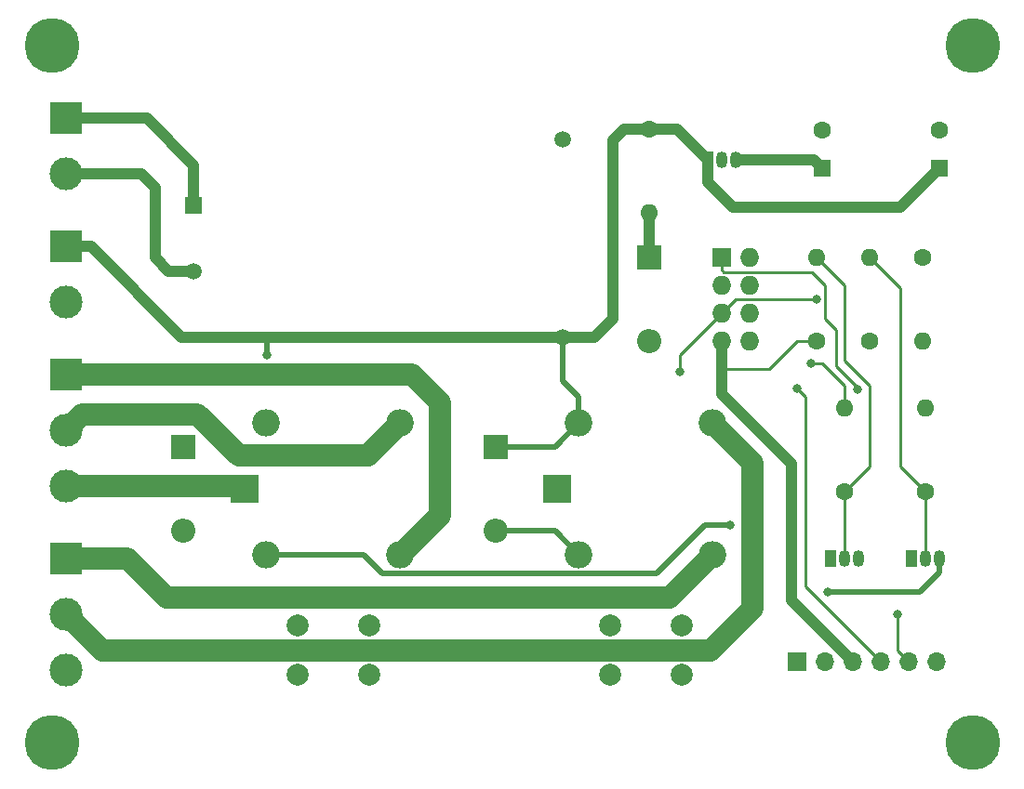
<source format=gbr>
%TF.GenerationSoftware,KiCad,Pcbnew,(5.1.10)-1*%
%TF.CreationDate,2021-12-18T16:47:06+01:00*%
%TF.ProjectId,Sonoff,536f6e6f-6666-42e6-9b69-6361645f7063,rev?*%
%TF.SameCoordinates,Original*%
%TF.FileFunction,Copper,L1,Top*%
%TF.FilePolarity,Positive*%
%FSLAX46Y46*%
G04 Gerber Fmt 4.6, Leading zero omitted, Abs format (unit mm)*
G04 Created by KiCad (PCBNEW (5.1.10)-1) date 2021-12-18 16:47:06*
%MOMM*%
%LPD*%
G01*
G04 APERTURE LIST*
%TA.AperFunction,ComponentPad*%
%ADD10C,3.000000*%
%TD*%
%TA.AperFunction,ComponentPad*%
%ADD11R,3.000000X3.000000*%
%TD*%
%TA.AperFunction,ComponentPad*%
%ADD12O,1.700000X1.700000*%
%TD*%
%TA.AperFunction,ComponentPad*%
%ADD13R,1.700000X1.700000*%
%TD*%
%TA.AperFunction,ComponentPad*%
%ADD14R,1.600000X1.600000*%
%TD*%
%TA.AperFunction,ComponentPad*%
%ADD15C,1.600000*%
%TD*%
%TA.AperFunction,ComponentPad*%
%ADD16R,2.200000X2.200000*%
%TD*%
%TA.AperFunction,ComponentPad*%
%ADD17O,2.200000X2.200000*%
%TD*%
%TA.AperFunction,ComponentPad*%
%ADD18R,2.500000X2.500000*%
%TD*%
%TA.AperFunction,ComponentPad*%
%ADD19O,2.500000X2.500000*%
%TD*%
%TA.AperFunction,ComponentPad*%
%ADD20R,1.500000X1.500000*%
%TD*%
%TA.AperFunction,ComponentPad*%
%ADD21C,1.500000*%
%TD*%
%TA.AperFunction,ComponentPad*%
%ADD22R,1.050000X1.500000*%
%TD*%
%TA.AperFunction,ComponentPad*%
%ADD23O,1.050000X1.500000*%
%TD*%
%TA.AperFunction,ComponentPad*%
%ADD24O,1.600000X1.600000*%
%TD*%
%TA.AperFunction,ComponentPad*%
%ADD25C,2.000000*%
%TD*%
%TA.AperFunction,ComponentPad*%
%ADD26R,1.727200X1.727200*%
%TD*%
%TA.AperFunction,ComponentPad*%
%ADD27O,1.727200X1.727200*%
%TD*%
%TA.AperFunction,ViaPad*%
%ADD28C,5.000000*%
%TD*%
%TA.AperFunction,ViaPad*%
%ADD29C,0.800000*%
%TD*%
%TA.AperFunction,Conductor*%
%ADD30C,1.016000*%
%TD*%
%TA.AperFunction,Conductor*%
%ADD31C,0.508000*%
%TD*%
%TA.AperFunction,Conductor*%
%ADD32C,0.254000*%
%TD*%
%TA.AperFunction,Conductor*%
%ADD33C,2.032000*%
%TD*%
G04 APERTURE END LIST*
D10*
%TO.P,AC IN,2*%
%TO.N,Net-(J1-Pad2)*%
X113030000Y-82804000D03*
D11*
%TO.P,AC IN,1*%
%TO.N,Net-(J1-Pad1)*%
X113030000Y-77724000D03*
%TD*%
D12*
%TO.P,FTDI IN,6*%
%TO.N,Net-(J5-Pad6)*%
X192278000Y-127254000D03*
%TO.P,FTDI IN,5*%
%TO.N,RX*%
X189738000Y-127254000D03*
%TO.P,FTDI IN,4*%
%TO.N,TX*%
X187198000Y-127254000D03*
%TO.P,FTDI IN,3*%
%TO.N,+3V3*%
X184658000Y-127254000D03*
%TO.P,FTDI IN,2*%
%TO.N,Net-(J5-Pad2)*%
X182118000Y-127254000D03*
D13*
%TO.P,FTDI IN,1*%
%TO.N,GND*%
X179578000Y-127254000D03*
%TD*%
D14*
%TO.P,C1,1*%
%TO.N,+5V*%
X192532000Y-82296000D03*
D15*
%TO.P,C1,2*%
%TO.N,GND*%
X192532000Y-78796000D03*
%TD*%
%TO.P,C2,2*%
%TO.N,GND*%
X181864000Y-78796000D03*
D14*
%TO.P,C2,1*%
%TO.N,+3V3*%
X181864000Y-82296000D03*
%TD*%
D16*
%TO.P,D1,1*%
%TO.N,Net-(D1-Pad1)*%
X166116000Y-90424000D03*
D17*
%TO.P,D1,2*%
%TO.N,GND*%
X166116000Y-98044000D03*
%TD*%
D16*
%TO.P,D2,1*%
%TO.N,+5V*%
X123698000Y-107696000D03*
D17*
%TO.P,D2,2*%
%TO.N,Net-(D2-Pad2)*%
X123698000Y-115316000D03*
%TD*%
D16*
%TO.P,D3,1*%
%TO.N,+5V*%
X152146000Y-107696000D03*
D17*
%TO.P,D3,2*%
%TO.N,Net-(D3-Pad2)*%
X152146000Y-115316000D03*
%TD*%
D11*
%TO.P,5V IN,1*%
%TO.N,+5V*%
X113030000Y-89408000D03*
D10*
%TO.P,5V IN,2*%
%TO.N,GND*%
X113030000Y-94488000D03*
%TD*%
D11*
%TO.P,K1 OUT,1*%
%TO.N,K1_OFF*%
X113030000Y-101092000D03*
D10*
%TO.P,K1 OUT,2*%
%TO.N,K1_ON*%
X113030000Y-106172000D03*
%TO.P,K1 OUT,3*%
%TO.N,K1_IN*%
X113030000Y-111252000D03*
%TD*%
%TO.P,K2 OUT,3*%
%TO.N,K2_IN*%
X113030000Y-128016000D03*
%TO.P,K2 OUT,2*%
%TO.N,K2_ON*%
X113030000Y-122936000D03*
D11*
%TO.P,K2 OUT,1*%
%TO.N,K2_OFF*%
X113030000Y-117856000D03*
%TD*%
D18*
%TO.P,K1,1*%
%TO.N,K1_IN*%
X129286000Y-111506000D03*
D19*
%TO.P,K1,2*%
%TO.N,Net-(D2-Pad2)*%
X131286000Y-117506000D03*
%TO.P,K1,3*%
%TO.N,K1_OFF*%
X143486000Y-117506000D03*
%TO.P,K1,4*%
%TO.N,K1_ON*%
X143486000Y-105506000D03*
%TO.P,K1,5*%
%TO.N,+5V*%
X131286000Y-105506000D03*
%TD*%
D18*
%TO.P,K2,1*%
%TO.N,K2_IN*%
X157734000Y-111506000D03*
D19*
%TO.P,K2,2*%
%TO.N,Net-(D3-Pad2)*%
X159734000Y-117506000D03*
%TO.P,K2,3*%
%TO.N,K2_OFF*%
X171934000Y-117506000D03*
%TO.P,K2,4*%
%TO.N,K2_ON*%
X171934000Y-105506000D03*
%TO.P,K2,5*%
%TO.N,+5V*%
X159734000Y-105506000D03*
%TD*%
D20*
%TO.P,HLK-5M05,1*%
%TO.N,Net-(J1-Pad1)*%
X124678000Y-85646000D03*
D21*
%TO.P,HLK-5M05,2*%
%TO.N,Net-(J1-Pad2)*%
X124678000Y-91646000D03*
%TO.P,HLK-5M05,3*%
%TO.N,GND*%
X158278000Y-79646000D03*
%TO.P,HLK-5M05,4*%
%TO.N,+5V*%
X158278000Y-97646000D03*
%TD*%
D22*
%TO.P,Q1,1*%
%TO.N,+5V*%
X171450000Y-81534000D03*
D23*
%TO.P,Q1,3*%
%TO.N,+3V3*%
X173990000Y-81534000D03*
%TO.P,Q1,2*%
%TO.N,Net-(D1-Pad1)*%
X172720000Y-81534000D03*
%TD*%
D22*
%TO.P,Q2,1*%
%TO.N,GND*%
X182626000Y-117856000D03*
D23*
%TO.P,Q2,3*%
%TO.N,Net-(D2-Pad2)*%
X185166000Y-117856000D03*
%TO.P,Q2,2*%
%TO.N,K1*%
X183896000Y-117856000D03*
%TD*%
D22*
%TO.P,Q3,1*%
%TO.N,GND*%
X189992000Y-117856000D03*
D23*
%TO.P,Q3,3*%
%TO.N,Net-(D3-Pad2)*%
X192532000Y-117856000D03*
%TO.P,Q3,2*%
%TO.N,K2*%
X191262000Y-117856000D03*
%TD*%
D15*
%TO.P,R1,1*%
%TO.N,+5V*%
X166116000Y-78740000D03*
D24*
%TO.P,R1,2*%
%TO.N,Net-(D1-Pad1)*%
X166116000Y-86360000D03*
%TD*%
%TO.P,R2,2*%
%TO.N,K1*%
X181356000Y-90424000D03*
D15*
%TO.P,R2,1*%
%TO.N,+3V3*%
X181356000Y-98044000D03*
%TD*%
D24*
%TO.P,R3,2*%
%TO.N,K2*%
X186182000Y-90424000D03*
D15*
%TO.P,R3,1*%
%TO.N,+3V3*%
X186182000Y-98044000D03*
%TD*%
%TO.P,R4,1*%
%TO.N,Net-(R4-Pad1)*%
X191008000Y-90424000D03*
D24*
%TO.P,R4,2*%
%TO.N,+3V3*%
X191008000Y-98044000D03*
%TD*%
D15*
%TO.P,R5,1*%
%TO.N,K1*%
X183896000Y-111760000D03*
D24*
%TO.P,R5,2*%
%TO.N,Net-(R5-Pad2)*%
X183896000Y-104140000D03*
%TD*%
%TO.P,R6,2*%
%TO.N,Net-(R6-Pad2)*%
X191262000Y-104140000D03*
D15*
%TO.P,R6,1*%
%TO.N,K2*%
X191262000Y-111760000D03*
%TD*%
D25*
%TO.P,Reset,1*%
%TO.N,Net-(R4-Pad1)*%
X140612000Y-123952000D03*
%TO.P,Reset,2*%
%TO.N,GND*%
X140612000Y-128452000D03*
%TO.P,Reset,1*%
%TO.N,Net-(R4-Pad1)*%
X134112000Y-123952000D03*
%TO.P,Reset,2*%
%TO.N,GND*%
X134112000Y-128452000D03*
%TD*%
%TO.P,Flash,2*%
%TO.N,K2*%
X169060000Y-123952000D03*
%TO.P,Flash,1*%
%TO.N,GND*%
X169060000Y-128452000D03*
%TO.P,Flash,2*%
%TO.N,K2*%
X162560000Y-123952000D03*
%TO.P,Flash,1*%
%TO.N,GND*%
X162560000Y-128452000D03*
%TD*%
D26*
%TO.P,ESP-01,1*%
%TO.N,RX*%
X172720000Y-90424000D03*
D27*
%TO.P,ESP-01,2*%
%TO.N,GND*%
X175260000Y-90424000D03*
%TO.P,ESP-01,3*%
%TO.N,+3V3*%
X172720000Y-92964000D03*
%TO.P,ESP-01,4*%
%TO.N,Net-(R5-Pad2)*%
X175260000Y-92964000D03*
%TO.P,ESP-01,5*%
%TO.N,Net-(R4-Pad1)*%
X172720000Y-95504000D03*
%TO.P,ESP-01,6*%
%TO.N,Net-(R6-Pad2)*%
X175260000Y-95504000D03*
%TO.P,ESP-01,7*%
%TO.N,+3V3*%
X172720000Y-98044000D03*
%TO.P,ESP-01,8*%
%TO.N,TX*%
X175260000Y-98044000D03*
%TD*%
D28*
%TO.N,*%
X111760000Y-71120000D03*
X195580000Y-71120000D03*
X195580000Y-134620000D03*
X111760000Y-134620000D03*
D29*
%TO.N,+5V*%
X131318000Y-99314000D03*
%TO.N,Net-(D2-Pad2)*%
X173482000Y-114808000D03*
%TO.N,Net-(D3-Pad2)*%
X182372000Y-120904000D03*
%TO.N,TX*%
X179578000Y-102362000D03*
%TO.N,RX*%
X185070130Y-102457870D03*
X188722000Y-122936000D03*
%TO.N,Net-(R4-Pad1)*%
X181356000Y-94234000D03*
X168910000Y-100838000D03*
%TO.N,Net-(R5-Pad2)*%
X180848000Y-100076000D03*
%TD*%
D30*
%TO.N,+5V*%
X113030000Y-89408000D02*
X115316000Y-89408000D01*
X115316000Y-89408000D02*
X123554000Y-97646000D01*
X158278000Y-97646000D02*
X161180000Y-97646000D01*
X161180000Y-97646000D02*
X162814000Y-96012000D01*
X162814000Y-96012000D02*
X162814000Y-79756000D01*
X163830000Y-78740000D02*
X166116000Y-78740000D01*
X162814000Y-79756000D02*
X163830000Y-78740000D01*
X131462000Y-97646000D02*
X158278000Y-97646000D01*
X125332000Y-97646000D02*
X131462000Y-97646000D01*
X123554000Y-97646000D02*
X125332000Y-97646000D01*
D31*
X159734000Y-105506000D02*
X159734000Y-103092000D01*
X158278000Y-101636000D02*
X158278000Y-97646000D01*
X159734000Y-103092000D02*
X158278000Y-101636000D01*
X157544000Y-107696000D02*
X159734000Y-105506000D01*
X152146000Y-107696000D02*
X157544000Y-107696000D01*
X131318000Y-97790000D02*
X131462000Y-97646000D01*
X131318000Y-99314000D02*
X131318000Y-97790000D01*
D30*
X168656000Y-78740000D02*
X171450000Y-81534000D01*
X166116000Y-78740000D02*
X168656000Y-78740000D01*
X173736000Y-85852000D02*
X188976000Y-85852000D01*
X171450000Y-83566000D02*
X173736000Y-85852000D01*
X188976000Y-85852000D02*
X192532000Y-82296000D01*
X171450000Y-81534000D02*
X171450000Y-83566000D01*
%TO.N,+3V3*%
X179070000Y-121666000D02*
X184658000Y-127254000D01*
X179070000Y-109220000D02*
X179070000Y-121666000D01*
X172720000Y-102870000D02*
X179070000Y-109220000D01*
D31*
X172974000Y-100330000D02*
X172720000Y-100584000D01*
D30*
X172720000Y-100584000D02*
X172720000Y-102870000D01*
X172720000Y-98044000D02*
X172720000Y-100584000D01*
D32*
X181356000Y-98044000D02*
X179578000Y-98044000D01*
X177038000Y-100584000D02*
X172720000Y-100584000D01*
X179578000Y-98044000D02*
X177038000Y-100584000D01*
D30*
X181102000Y-81534000D02*
X181864000Y-82296000D01*
X173990000Y-81534000D02*
X181102000Y-81534000D01*
%TO.N,Net-(D1-Pad1)*%
X166116000Y-86360000D02*
X166116000Y-90424000D01*
D31*
%TO.N,Net-(D2-Pad2)*%
X131286000Y-117506000D02*
X140112000Y-117506000D01*
X141816001Y-119210001D02*
X166793999Y-119210001D01*
X140112000Y-117506000D02*
X141816001Y-119210001D01*
X171196000Y-114808000D02*
X173482000Y-114808000D01*
X166793999Y-119210001D02*
X171196000Y-114808000D01*
%TO.N,Net-(D3-Pad2)*%
X192532000Y-119114000D02*
X190742000Y-120904000D01*
X190742000Y-120904000D02*
X182372000Y-120904000D01*
X192532000Y-117856000D02*
X192532000Y-119114000D01*
X157544000Y-115316000D02*
X159734000Y-117506000D01*
X152146000Y-115316000D02*
X157544000Y-115316000D01*
D30*
%TO.N,Net-(J1-Pad1)*%
X113030000Y-77724000D02*
X120396000Y-77724000D01*
X124678000Y-82006000D02*
X124678000Y-85646000D01*
X120396000Y-77724000D02*
X124678000Y-82006000D01*
D32*
%TO.N,TX*%
X180340000Y-103124000D02*
X180340000Y-120396000D01*
X180340000Y-120396000D02*
X187198000Y-127254000D01*
X179578000Y-102362000D02*
X180340000Y-103124000D01*
%TO.N,RX*%
X172951799Y-91773399D02*
X180927399Y-91773399D01*
X172720000Y-91541600D02*
X172951799Y-91773399D01*
X172720000Y-90424000D02*
X172720000Y-91541600D01*
X180927399Y-91773399D02*
X182118000Y-92964000D01*
X182118000Y-96012000D02*
X183134000Y-97028000D01*
X182118000Y-92964000D02*
X182118000Y-96012000D01*
X183134000Y-97028000D02*
X183134000Y-100330000D01*
X185070130Y-102266130D02*
X185070130Y-102457870D01*
X183134000Y-100330000D02*
X185070130Y-102266130D01*
X188722000Y-126238000D02*
X189738000Y-127254000D01*
X188722000Y-122936000D02*
X188722000Y-126238000D01*
%TO.N,K1*%
X181356000Y-90424000D02*
X183896000Y-92964000D01*
X183896000Y-92964000D02*
X183896000Y-99822000D01*
X183896000Y-99822000D02*
X186182000Y-102108000D01*
X186182000Y-109474000D02*
X183896000Y-111760000D01*
X186182000Y-102108000D02*
X186182000Y-109474000D01*
X183896000Y-111760000D02*
X183896000Y-117856000D01*
%TO.N,K2*%
X191262000Y-111760000D02*
X188976000Y-109474000D01*
X188976000Y-93218000D02*
X186182000Y-90424000D01*
X188976000Y-109474000D02*
X188976000Y-93218000D01*
X191262000Y-111760000D02*
X191262000Y-117856000D01*
%TO.N,Net-(R4-Pad1)*%
X173990000Y-94234000D02*
X177546000Y-94234000D01*
X172720000Y-95504000D02*
X173990000Y-94234000D01*
X177546000Y-94234000D02*
X181356000Y-94234000D01*
X168910000Y-99314000D02*
X168910000Y-100838000D01*
X172720000Y-95504000D02*
X168910000Y-99314000D01*
D30*
%TO.N,Net-(J1-Pad2)*%
X122380000Y-91646000D02*
X124678000Y-91646000D01*
X121158000Y-90424000D02*
X122380000Y-91646000D01*
X121158000Y-84074000D02*
X121158000Y-90424000D01*
X119888000Y-82804000D02*
X121158000Y-84074000D01*
X113030000Y-82804000D02*
X119888000Y-82804000D01*
D33*
%TO.N,K1_OFF*%
X113030000Y-101092000D02*
X144526000Y-101092000D01*
X144526000Y-101092000D02*
X147066000Y-103632000D01*
X147066000Y-113926000D02*
X143486000Y-117506000D01*
X147066000Y-103632000D02*
X147066000Y-113926000D01*
%TO.N,K1_ON*%
X114529999Y-104672001D02*
X124992001Y-104672001D01*
X113030000Y-106172000D02*
X114529999Y-104672001D01*
X124992001Y-104672001D02*
X128778000Y-108458000D01*
X140534000Y-108458000D02*
X143486000Y-105506000D01*
X128778000Y-108458000D02*
X140534000Y-108458000D01*
%TO.N,K1_IN*%
X129032000Y-111252000D02*
X129286000Y-111506000D01*
X113030000Y-111252000D02*
X129032000Y-111252000D01*
%TO.N,K2_ON*%
X116329999Y-126235999D02*
X171706001Y-126235999D01*
X113030000Y-122936000D02*
X116329999Y-126235999D01*
X171706001Y-126235999D02*
X175514000Y-122428000D01*
X175514000Y-109086000D02*
X171934000Y-105506000D01*
X175514000Y-122428000D02*
X175514000Y-109086000D01*
%TO.N,K2_OFF*%
X113030000Y-117856000D02*
X118618000Y-117856000D01*
X118618000Y-117856000D02*
X122174000Y-121412000D01*
X168028000Y-121412000D02*
X171934000Y-117506000D01*
X122174000Y-121412000D02*
X168028000Y-121412000D01*
D32*
%TO.N,Net-(R5-Pad2)*%
X180848000Y-100076000D02*
X181864000Y-100076000D01*
X183896000Y-102108000D02*
X183896000Y-104140000D01*
X181864000Y-100076000D02*
X183896000Y-102108000D01*
%TD*%
M02*

</source>
